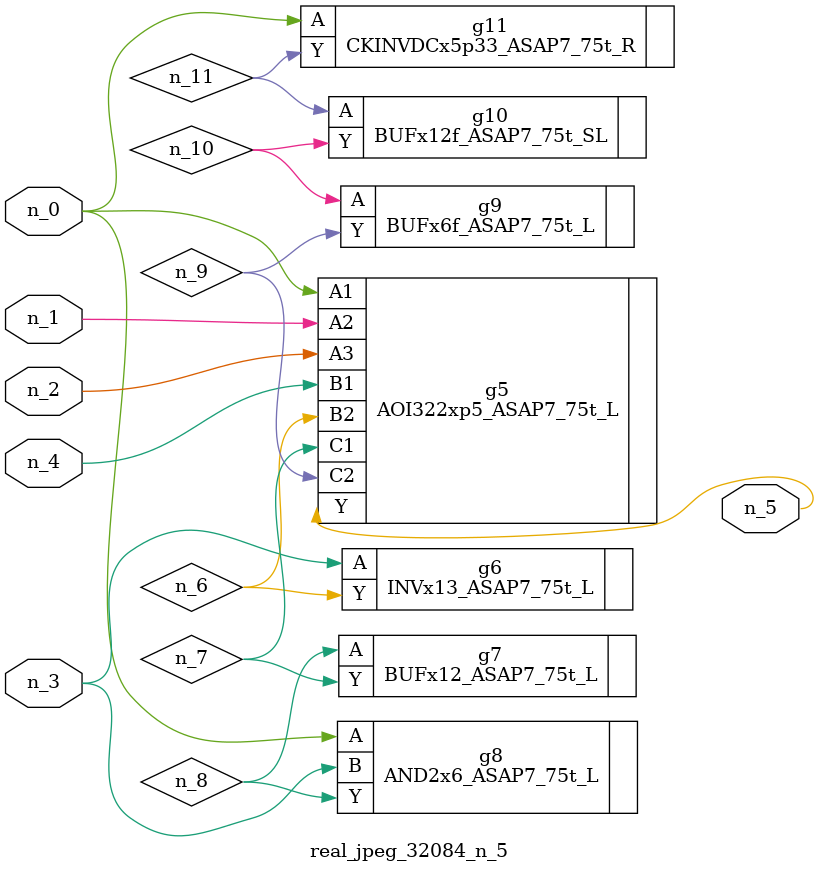
<source format=v>
module real_jpeg_32084_n_5 (n_4, n_0, n_1, n_2, n_3, n_5);

input n_4;
input n_0;
input n_1;
input n_2;
input n_3;

output n_5;

wire n_8;
wire n_11;
wire n_6;
wire n_7;
wire n_10;
wire n_9;

AOI322xp5_ASAP7_75t_L g5 ( 
.A1(n_0),
.A2(n_1),
.A3(n_2),
.B1(n_4),
.B2(n_6),
.C1(n_7),
.C2(n_9),
.Y(n_5)
);

AND2x6_ASAP7_75t_L g8 ( 
.A(n_0),
.B(n_3),
.Y(n_8)
);

CKINVDCx5p33_ASAP7_75t_R g11 ( 
.A(n_0),
.Y(n_11)
);

INVx13_ASAP7_75t_L g6 ( 
.A(n_3),
.Y(n_6)
);

BUFx12_ASAP7_75t_L g7 ( 
.A(n_8),
.Y(n_7)
);

BUFx6f_ASAP7_75t_L g9 ( 
.A(n_10),
.Y(n_9)
);

BUFx12f_ASAP7_75t_SL g10 ( 
.A(n_11),
.Y(n_10)
);


endmodule
</source>
